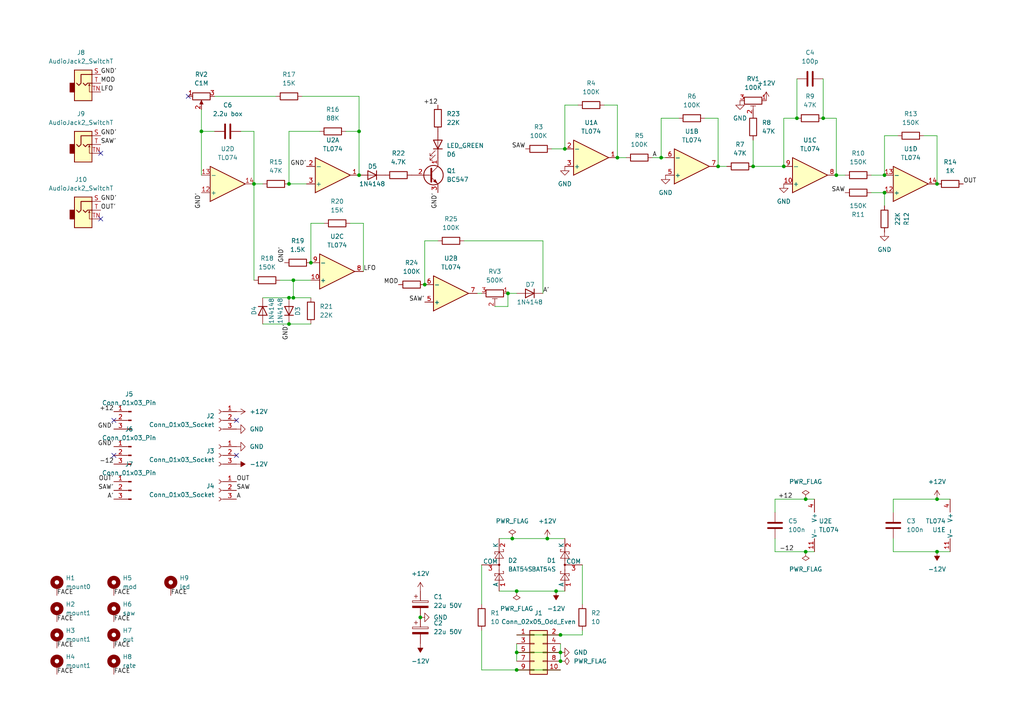
<source format=kicad_sch>
(kicad_sch (version 20230121) (generator eeschema)
  (paper "A4")
  (lib_symbols
    (symbol "Amplifier_Operational:TL074" (pin_names (offset 0.127))
      (property "Reference" "U" (at 0 5.08 0))
      (property "Value" "TL074" (at 0 -5.08 0))
      (symbol "TL074_1_1"
        (polyline (pts (xy -5.08 5.08) (xy 5.08 0) (xy -5.08 -5.08) (xy -5.08 5.08)) (stroke (width 0.254)) (fill (type background)))
        (pin output line (at 7.62 0 180) (length 2.54) (name "~") (number "1"))
        (pin input line (at -7.62 -2.54 0) (length 2.54) (name "-") (number "2"))
        (pin input line (at -7.62 2.54 0) (length 2.54) (name "+") (number "3"))
      )
      (symbol "TL074_2_1"
        (polyline (pts (xy -5.08 5.08) (xy 5.08 0) (xy -5.08 -5.08) (xy -5.08 5.08)) (stroke (width 0.254)) (fill (type background)))
        (pin input line (at -7.62 2.54 0) (length 2.54) (name "+") (number "5"))
        (pin input line (at -7.62 -2.54 0) (length 2.54) (name "-") (number "6"))
        (pin output line (at 7.62 0 180) (length 2.54) (name "~") (number "7"))
      )
      (symbol "TL074_3_1"
        (polyline (pts (xy -5.08 5.08) (xy 5.08 0) (xy -5.08 -5.08) (xy -5.08 5.08)) (stroke (width 0.254)) (fill (type background)))
        (pin input line (at -7.62 2.54 0) (length 2.54) (name "+") (number "10"))
        (pin output line (at 7.62 0 180) (length 2.54) (name "~") (number "8"))
        (pin input line (at -7.62 -2.54 0) (length 2.54) (name "-") (number "9"))
      )
      (symbol "TL074_4_1"
        (polyline (pts (xy -5.08 5.08) (xy 5.08 0) (xy -5.08 -5.08) (xy -5.08 5.08)) (stroke (width 0.254)) (fill (type background)))
        (pin input line (at -7.62 2.54 0) (length 2.54) (name "+") (number "12"))
        (pin input line (at -7.62 -2.54 0) (length 2.54) (name "-") (number "13"))
        (pin output line (at 7.62 0 180) (length 2.54) (name "~") (number "14"))
      )
      (symbol "TL074_5_1"
        (pin power_in line (at -2.54 -7.62 90) (length 3.81) (name "V-") (number "11"))
        (pin power_in line (at -2.54 7.62 270) (length 3.81) (name "V+") (number "4"))
      )
    )
    (symbol "Connector:Conn_01x03_Pin" (pin_names (offset 1.016) hide)
      (property "Reference" "J" (at 0 5.08 0))
      (property "Value" "Conn_01x03_Pin" (at 0 -5.08 0))
      (symbol "Conn_01x03_Pin_1_1"
        (polyline (pts (xy 1.27 -2.54) (xy 0.8636 -2.54)) (stroke (width 0.1524)))
        (polyline (pts (xy 1.27 0) (xy 0.8636 0)) (stroke (width 0.1524)))
        (polyline (pts (xy 1.27 2.54) (xy 0.8636 2.54)) (stroke (width 0.1524)))
        (rectangle (start 0.8636 -2.413) (end 0 -2.667) (stroke (width 0.1524)) (fill (type outline)))
        (rectangle (start 0.8636 0.127) (end 0 -0.127) (stroke (width 0.1524)) (fill (type outline)))
        (rectangle (start 0.8636 2.667) (end 0 2.413) (stroke (width 0.1524)) (fill (type outline)))
        (pin passive line (at 5.08 2.54 180) (length 3.81) (name "Pin_1") (number "1"))
        (pin passive line (at 5.08 0 180) (length 3.81) (name "Pin_2") (number "2"))
        (pin passive line (at 5.08 -2.54 180) (length 3.81) (name "Pin_3") (number "3"))
      )
    )
    (symbol "Connector:Conn_01x03_Socket" (pin_names (offset 1.016) hide)
      (property "Reference" "J" (at 0 5.08 0))
      (property "Value" "Conn_01x03_Socket" (at 0 -5.08 0))
      (symbol "Conn_01x03_Socket_1_1"
        (arc (start 0 -2.032) (mid -0.5058 -2.54) (end 0 -3.048) (stroke (width 0.1524)))
        (polyline (pts (xy -1.27 -2.54) (xy -0.508 -2.54)) (stroke (width 0.1524)))
        (polyline (pts (xy -1.27 0) (xy -0.508 0)) (stroke (width 0.1524)))
        (polyline (pts (xy -1.27 2.54) (xy -0.508 2.54)) (stroke (width 0.1524)))
        (arc (start 0 0.508) (mid -0.5058 0) (end 0 -0.508) (stroke (width 0.1524)))
        (arc (start 0 3.048) (mid -0.5058 2.54) (end 0 2.032) (stroke (width 0.1524)))
        (pin passive line (at -5.08 2.54 0) (length 3.81) (name "Pin_1") (number "1"))
        (pin passive line (at -5.08 0 0) (length 3.81) (name "Pin_2") (number "2"))
        (pin passive line (at -5.08 -2.54 0) (length 3.81) (name "Pin_3") (number "3"))
      )
    )
    (symbol "Device:C" (pin_numbers hide) (pin_names (offset 0.254))
      (property "Reference" "C" (at 0.635 2.54 0))
      (property "Value" "C" (at 0.635 -2.54 0))
      (symbol "C_0_1"
        (polyline (pts (xy -2.032 -0.762) (xy 2.032 -0.762)) (stroke (width 0.508)))
        (polyline (pts (xy -2.032 0.762) (xy 2.032 0.762)) (stroke (width 0.508)))
      )
      (symbol "C_1_1"
        (pin passive line (at 0 3.81 270) (length 2.794) (name "~") (number "1"))
        (pin passive line (at 0 -3.81 90) (length 2.794) (name "~") (number "2"))
      )
    )
    (symbol "Device:C_Polarized" (pin_numbers hide) (pin_names (offset 0.254))
      (property "Reference" "C" (at 0.635 2.54 0))
      (property "Value" "C_Polarized" (at 0.635 -2.54 0))
      (symbol "C_Polarized_0_1"
        (rectangle (start -2.286 0.508) (end 2.286 1.016))
        (polyline (pts (xy -1.778 2.286) (xy -0.762 2.286)))
        (polyline (pts (xy -1.27 2.794) (xy -1.27 1.778)))
        (rectangle (start 2.286 -0.508) (end -2.286 -1.016) (fill (type outline)))
      )
      (symbol "C_Polarized_1_1"
        (pin passive line (at 0 3.81 270) (length 2.794) (name "~") (number "1"))
        (pin passive line (at 0 -3.81 90) (length 2.794) (name "~") (number "2"))
      )
    )
    (symbol "Device:D" (pin_numbers hide) (pin_names (offset 1.016) hide)
      (property "Reference" "D" (at 0 2.54 0))
      (property "Value" "D" (at 0 -2.54 0))
      (symbol "D_0_1"
        (polyline (pts (xy -1.27 1.27) (xy -1.27 -1.27)) (stroke (width 0.254)))
        (polyline (pts (xy 1.27 0) (xy -1.27 0)))
        (polyline (pts (xy 1.27 1.27) (xy 1.27 -1.27) (xy -1.27 0) (xy 1.27 1.27)) (stroke (width 0.254)))
      )
      (symbol "D_1_1"
        (pin passive line (at -3.81 0 0) (length 2.54) (name "K") (number "1"))
        (pin passive line (at 3.81 0 180) (length 2.54) (name "A") (number "2"))
      )
    )
    (symbol "Device:LED" (pin_numbers hide) (pin_names (offset 1.016) hide)
      (property "Reference" "D" (at 0 2.54 0))
      (property "Value" "LED" (at 0 -2.54 0))
      (symbol "LED_0_1"
        (polyline (pts (xy -1.27 -1.27) (xy -1.27 1.27)) (stroke (width 0.254)))
        (polyline (pts (xy -1.27 0) (xy 1.27 0)))
        (polyline (pts (xy 1.27 -1.27) (xy 1.27 1.27) (xy -1.27 0) (xy 1.27 -1.27)) (stroke (width 0.254)))
        (polyline (pts (xy -3.048 -0.762) (xy -4.572 -2.286) (xy -3.81 -2.286) (xy -4.572 -2.286) (xy -4.572 -1.524)))
        (polyline (pts (xy -1.778 -0.762) (xy -3.302 -2.286) (xy -2.54 -2.286) (xy -3.302 -2.286) (xy -3.302 -1.524)))
      )
      (symbol "LED_1_1"
        (pin passive line (at -3.81 0 0) (length 2.54) (name "K") (number "1"))
        (pin passive line (at 3.81 0 180) (length 2.54) (name "A") (number "2"))
      )
    )
    (symbol "Device:R" (pin_numbers hide) (pin_names (offset 0))
      (property "Reference" "R" (at 2.032 0 90))
      (property "Value" "R" (at 0 0 90))
      (symbol "R_0_1"
        (rectangle (start -1.016 -2.54) (end 1.016 2.54) (stroke (width 0.254)))
      )
      (symbol "R_1_1"
        (pin passive line (at 0 3.81 270) (length 1.27) (name "~") (number "1"))
        (pin passive line (at 0 -3.81 90) (length 1.27) (name "~") (number "2"))
      )
    )
    (symbol "Device:R_Potentiometer" (pin_names (offset 1.016) hide)
      (property "Reference" "RV" (at -4.445 0 90))
      (property "Value" "R_Potentiometer" (at -2.54 0 90))
      (symbol "R_Potentiometer_0_1"
        (polyline (pts (xy 2.54 0) (xy 1.524 0)))
        (polyline (pts (xy 1.143 0) (xy 2.286 0.508) (xy 2.286 -0.508) (xy 1.143 0)) (fill (type outline)))
        (rectangle (start 1.016 2.54) (end -1.016 -2.54) (stroke (width 0.254)))
      )
      (symbol "R_Potentiometer_1_1"
        (pin passive line (at 0 3.81 270) (length 1.27) (name "1") (number "1"))
        (pin passive line (at 3.81 0 180) (length 1.27) (name "2") (number "2"))
        (pin passive line (at 0 -3.81 90) (length 1.27) (name "3") (number "3"))
      )
    )
    (symbol "Device:R_Potentiometer_Trim" (pin_names (offset 1.016) hide)
      (property "Reference" "RV" (at -4.445 0 90))
      (property "Value" "R_Potentiometer_Trim" (at -2.54 0 90))
      (symbol "R_Potentiometer_Trim_0_1"
        (polyline (pts (xy 1.524 0.762) (xy 1.524 -0.762)))
        (polyline (pts (xy 2.54 0) (xy 1.524 0)))
        (rectangle (start 1.016 2.54) (end -1.016 -2.54) (stroke (width 0.254)))
      )
      (symbol "R_Potentiometer_Trim_1_1"
        (pin passive line (at 0 3.81 270) (length 1.27) (name "1") (number "1"))
        (pin passive line (at 3.81 0 180) (length 1.27) (name "2") (number "2"))
        (pin passive line (at 0 -3.81 90) (length 1.27) (name "3") (number "3"))
      )
    )
    (symbol "Eurorack:AudioJack2_SwitchT"
      (property "Reference" "J" (at 0 8.89 0))
      (property "Value" "AudioJack2_SwitchT" (at 0 6.35 0))
      (symbol "AudioJack2_SwitchT_0_1"
        (rectangle (start -2.54 0) (end -3.81 -2.54) (stroke (width 0.254)) (fill (type outline)))
        (rectangle (start -2.54 3.81) (end 2.54 -5.08) (stroke (width 0.254)) (fill (type background)))
        (polyline (pts (xy 1.778 -0.254) (xy 2.032 -0.762)))
        (polyline (pts (xy 0 0) (xy 0.635 -0.635) (xy 1.27 0) (xy 2.54 0)) (stroke (width 0.254)))
        (polyline (pts (xy 2.54 -2.54) (xy 1.778 -2.54) (xy 1.778 -0.254) (xy 1.524 -0.762)))
        (polyline (pts (xy 2.54 2.54) (xy -0.635 2.54) (xy -0.635 0) (xy -1.27 -0.635) (xy -1.905 0)) (stroke (width 0.254)))
      )
      (symbol "AudioJack2_SwitchT_1_1"
        (pin passive line (at 5.08 2.54 180) (length 2.54) (name "~") (number "S"))
        (pin passive line (at 5.08 0 180) (length 2.54) (name "~") (number "T"))
        (pin passive line (at 5.08 -2.54 180) (length 2.54) (name "~") (number "TN"))
      )
    )
    (symbol "Eurorack:BAT54S" (pin_names (offset 0))
      (property "Reference" "D" (at 2.54 -5.08 0))
      (property "Value" "BAT54S" (at -6.35 3.175 0))
      (symbol "BAT54S_0_1"
        (polyline (pts (xy -3.81 0) (xy -1.27 0)))
        (polyline (pts (xy -3.175 -1.27) (xy -3.175 -1.016)))
        (polyline (pts (xy -2.54 -1.27) (xy -3.175 -1.27)))
        (polyline (pts (xy -2.54 -1.27) (xy -2.54 1.27)))
        (polyline (pts (xy -2.54 1.27) (xy -1.905 1.27)))
        (polyline (pts (xy -1.905 0) (xy 1.905 0)))
        (polyline (pts (xy -1.905 1.27) (xy -1.905 1.016)))
        (polyline (pts (xy 1.27 0) (xy 3.81 0)))
        (polyline (pts (xy 3.175 -1.27) (xy 3.175 -1.016)))
        (polyline (pts (xy 3.81 -1.27) (xy 3.175 -1.27)))
        (polyline (pts (xy 3.81 -1.27) (xy 3.81 1.27)))
        (polyline (pts (xy 3.81 1.27) (xy 4.445 1.27)))
        (polyline (pts (xy 4.445 1.27) (xy 4.445 1.016)))
        (polyline (pts (xy -4.445 1.27) (xy -4.445 -1.27) (xy -2.54 0) (xy -4.445 1.27)))
        (polyline (pts (xy 1.905 1.27) (xy 1.905 -1.27) (xy 3.81 0) (xy 1.905 1.27)))
        (circle (center 0 0) (radius 0.254) (fill (type outline)))
      )
      (symbol "BAT54S_1_1"
        (pin passive line (at -7.62 0 0) (length 3.81) (name "A") (number "1"))
        (pin passive line (at 7.62 0 180) (length 3.81) (name "K") (number "2"))
        (pin passive line (at 0 -5.08 90) (length 5.08) (name "COM") (number "3"))
      )
    )
    (symbol "Eurorack:BC547" (pin_names (offset 0) hide)
      (property "Reference" "Q" (at 5.08 1.905 0))
      (property "Value" "BC547" (at 5.08 0 0))
      (symbol "BC547_0_1"
        (polyline (pts (xy 0 0) (xy 0.635 0)))
        (polyline (pts (xy 0.635 0.635) (xy 2.54 2.54)))
        (polyline (pts (xy 0.635 -0.635) (xy 2.54 -2.54) (xy 2.54 -2.54)))
        (polyline (pts (xy 0.635 1.905) (xy 0.635 -1.905) (xy 0.635 -1.905)) (stroke (width 0.508)))
        (polyline (pts (xy 1.27 -1.778) (xy 1.778 -1.27) (xy 2.286 -2.286) (xy 1.27 -1.778) (xy 1.27 -1.778)) (fill (type outline)))
        (circle (center 1.27 0) (radius 2.8194) (stroke (width 0.254)))
      )
      (symbol "BC547_1_1"
        (pin passive line (at 2.54 5.08 270) (length 2.54) (name "C") (number "1"))
        (pin input line (at -5.08 0 0) (length 5.08) (name "B") (number "2"))
        (pin passive line (at 2.54 -5.08 90) (length 2.54) (name "E") (number "3"))
      )
    )
    (symbol "Eurorack:Conn_02x05_Odd_Even" (pin_names (offset 1.016) hide)
      (property "Reference" "J" (at 1.27 7.62 0))
      (property "Value" "Conn_02x05_Odd_Even" (at 1.27 -7.62 0))
      (symbol "Conn_02x05_Odd_Even_1_1"
        (rectangle (start -1.27 -4.953) (end 0 -5.207) (stroke (width 0.1524)))
        (rectangle (start -1.27 -2.413) (end 0 -2.667) (stroke (width 0.1524)))
        (rectangle (start -1.27 0.127) (end 0 -0.127) (stroke (width 0.1524)))
        (rectangle (start -1.27 2.667) (end 0 2.413) (stroke (width 0.1524)))
        (rectangle (start -1.27 5.207) (end 0 4.953) (stroke (width 0.1524)))
        (rectangle (start -1.27 6.35) (end 3.81 -6.35) (stroke (width 0.254)) (fill (type background)))
        (rectangle (start 3.81 -4.953) (end 2.54 -5.207) (stroke (width 0.1524)))
        (rectangle (start 3.81 -2.413) (end 2.54 -2.667) (stroke (width 0.1524)))
        (rectangle (start 3.81 0.127) (end 2.54 -0.127) (stroke (width 0.1524)))
        (rectangle (start 3.81 2.667) (end 2.54 2.413) (stroke (width 0.1524)))
        (rectangle (start 3.81 5.207) (end 2.54 4.953) (stroke (width 0.1524)))
        (pin passive line (at -5.08 5.08 0) (length 3.81) (name "Pin_1") (number "1"))
        (pin passive line (at 7.62 -5.08 180) (length 3.81) (name "Pin_10") (number "10"))
        (pin passive line (at 7.62 5.08 180) (length 3.81) (name "Pin_2") (number "2"))
        (pin passive line (at -5.08 2.54 0) (length 3.81) (name "Pin_3") (number "3"))
        (pin passive line (at 7.62 2.54 180) (length 3.81) (name "Pin_4") (number "4"))
        (pin passive line (at -5.08 0 0) (length 3.81) (name "Pin_5") (number "5"))
        (pin passive line (at 7.62 0 180) (length 3.81) (name "Pin_6") (number "6"))
        (pin passive line (at -5.08 -2.54 0) (length 3.81) (name "Pin_7") (number "7"))
        (pin passive line (at 7.62 -2.54 180) (length 3.81) (name "Pin_8") (number "8"))
        (pin passive line (at -5.08 -5.08 0) (length 3.81) (name "Pin_9") (number "9"))
      )
    )
    (symbol "Eurorack:MountingHole_Pad_Output" (pin_numbers hide) (pin_names (offset 1.016) hide) (in_bom no)
      (property "Reference" "H" (at 0 6.35 0))
      (property "Value" "MountingHole_Pad_Output" (at 0 4.445 0))
      (symbol "MountingHole_Pad_Output_0_1"
        (circle (center 0 1.27) (radius 1.27) (stroke (width 1.27)))
      )
      (symbol "MountingHole_Pad_Output_1_1"
        (pin output line (at 0 -2.54 90) (length 2.54) (name "1") (number "1"))
      )
    )
    (symbol "Mechanical:MountingHole_Pad" (pin_numbers hide) (pin_names (offset 1.016) hide)
      (property "Reference" "H" (at 0 6.35 0))
      (property "Value" "MountingHole_Pad" (at 0 4.445 0))
      (symbol "MountingHole_Pad_0_1"
        (circle (center 0 1.27) (radius 1.27) (stroke (width 1.27)))
      )
      (symbol "MountingHole_Pad_1_1"
        (pin input line (at 0 -2.54 90) (length 2.54) (name "1") (number "1"))
      )
    )
    (symbol "power:+12V" (power) (pin_names (offset 0))
      (property "Value" "+12V" (at 0 3.556 0))
      (symbol "+12V_0_1"
        (polyline (pts (xy -0.762 1.27) (xy 0 2.54)))
        (polyline (pts (xy 0 0) (xy 0 2.54)))
        (polyline (pts (xy 0 2.54) (xy 0.762 1.27)))
      )
      (symbol "+12V_1_1"
        (pin power_in line (at 0 0 90) (length 0) hide (name "+12V") (number "1"))
      )
    )
    (symbol "power:-12V" (power) (pin_names (offset 0))
      (property "Value" "-12V" (at 0 3.81 0))
      (symbol "-12V_0_0"
        (pin power_in line (at 0 0 90) (length 0) hide (name "-12V") (number "1"))
      )
      (symbol "-12V_0_1"
        (polyline (pts (xy 0 0) (xy 0 1.27) (xy 0.762 1.27) (xy 0 2.54) (xy -0.762 1.27) (xy 0 1.27)) (fill (type outline)))
      )
    )
    (symbol "power:GND" (power) (pin_names (offset 0))
      (property "Value" "GND" (at 0 -3.81 0))
      (symbol "GND_0_1"
        (polyline (pts (xy 0 0) (xy 0 -1.27) (xy 1.27 -1.27) (xy 0 -2.54) (xy -1.27 -1.27) (xy 0 -1.27)))
      )
      (symbol "GND_1_1"
        (pin power_in line (at 0 0 270) (length 0) hide (name "GND") (number "1"))
      )
    )
    (symbol "power:PWR_FLAG" (power) (pin_numbers hide) (pin_names (offset 0) hide)
      (property "Value" "PWR_FLAG" (at 0 3.81 0))
      (symbol "PWR_FLAG_0_0"
        (pin power_out line (at 0 0 90) (length 0) (name "pwr") (number "1"))
      )
      (symbol "PWR_FLAG_0_1"
        (polyline (pts (xy 0 0) (xy 0 1.27) (xy -1.016 1.905) (xy 0 2.54) (xy 1.016 1.905) (xy 0 1.27)))
      )
    )
  )
  (junction (at 149.86 171.45))
  (junction (at 163.83 43.18))
  (junction (at 256.54 50.8))
  (junction (at 238.76 34.29))
  (junction (at 218.44 48.26))
  (junction (at 242.57 50.8))
  (junction (at 83.82 86.36))
  (junction (at 58.42 38.1))
  (junction (at 256.54 55.88))
  (junction (at 149.86 194.31))
  (junction (at 148.59 156.21))
  (junction (at 104.14 38.1))
  (junction (at 271.78 144.78))
  (junction (at 208.28 48.26))
  (junction (at 233.68 144.78))
  (junction (at 83.82 53.34))
  (junction (at 83.82 93.98))
  (junction (at 104.14 50.8))
  (junction (at 162.56 191.77))
  (junction (at 231.14 34.29))
  (junction (at 149.86 189.23))
  (junction (at 85.09 86.36))
  (junction (at 161.29 171.45))
  (junction (at 121.92 179.07))
  (junction (at 147.32 85.09))
  (junction (at 271.78 160.02))
  (junction (at 227.33 48.26))
  (junction (at 73.66 53.34))
  (junction (at 158.75 156.21))
  (junction (at 191.77 45.72))
  (junction (at 179.07 45.72))
  (junction (at 85.09 81.28))
  (junction (at 162.56 184.15))
  (junction (at 123.19 82.55))
  (junction (at 90.17 76.2))
  (junction (at 162.56 189.23))
  (junction (at 271.78 53.34))
  (junction (at 233.68 160.02))
  (no_connect (at 33.02 132.08))
  (no_connect (at 68.58 132.08))
  (no_connect (at 54.61 27.94))
  (no_connect (at 68.58 121.92))
  (no_connect (at 33.02 121.92))
  (no_connect (at 29.21 63.5))
  (no_connect (at 29.21 44.45))
  (wire (pts (xy 238.76 34.29) (xy 242.57 34.29)))
  (wire (pts (xy 104.14 27.94) (xy 104.14 38.1)))
  (wire (pts (xy 147.32 85.09) (xy 149.86 85.09)))
  (wire (pts (xy 163.83 30.48) (xy 163.83 43.18)))
  (wire (pts (xy 204.47 34.29) (xy 208.28 34.29)))
  (wire (pts (xy 147.32 88.9) (xy 147.32 85.09)))
  (wire (pts (xy 144.78 156.21) (xy 148.59 156.21)))
  (wire (pts (xy 167.64 30.48) (xy 163.83 30.48)))
  (wire (pts (xy 271.78 39.37) (xy 271.78 53.34)))
  (wire (pts (xy 191.77 34.29) (xy 191.77 45.72)))
  (wire (pts (xy 175.26 30.48) (xy 179.07 30.48)))
  (wire (pts (xy 189.23 45.72) (xy 191.77 45.72)))
  (wire (pts (xy 58.42 38.1) (xy 62.23 38.1)))
  (wire (pts (xy 148.59 156.21) (xy 158.75 156.21)))
  (wire (pts (xy 100.33 38.1) (xy 104.14 38.1)))
  (wire (pts (xy 168.91 184.15) (xy 168.91 182.88)))
  (wire (pts (xy 69.85 38.1) (xy 73.66 38.1)))
  (wire (pts (xy 149.86 189.23) (xy 162.56 189.23)))
  (wire (pts (xy 218.44 40.64) (xy 218.44 48.26)))
  (wire (pts (xy 83.82 38.1) (xy 92.71 38.1)))
  (wire (pts (xy 259.08 160.02) (xy 259.08 156.21)))
  (wire (pts (xy 275.59 144.78) (xy 271.78 144.78)))
  (wire (pts (xy 144.78 171.45) (xy 149.86 171.45)))
  (wire (pts (xy 208.28 48.26) (xy 210.82 48.26)))
  (wire (pts (xy 218.44 48.26) (xy 227.33 48.26)))
  (wire (pts (xy 149.86 186.69) (xy 149.86 189.23)))
  (wire (pts (xy 127 69.85) (xy 123.19 69.85)))
  (wire (pts (xy 196.85 34.29) (xy 191.77 34.29)))
  (wire (pts (xy 83.82 53.34) (xy 88.9 53.34)))
  (wire (pts (xy 73.66 53.34) (xy 73.66 81.28)))
  (wire (pts (xy 143.51 88.9) (xy 147.32 88.9)))
  (wire (pts (xy 227.33 34.29) (xy 227.33 48.26)))
  (wire (pts (xy 101.6 64.77) (xy 105.41 64.77)))
  (wire (pts (xy 271.78 160.02) (xy 259.08 160.02)))
  (wire (pts (xy 87.63 27.94) (xy 104.14 27.94)))
  (wire (pts (xy 236.22 144.78) (xy 233.68 144.78)))
  (wire (pts (xy 231.14 34.29) (xy 227.33 34.29)))
  (wire (pts (xy 73.66 53.34) (xy 76.2 53.34)))
  (wire (pts (xy 252.73 50.8) (xy 256.54 50.8)))
  (wire (pts (xy 138.43 85.09) (xy 139.7 85.09)))
  (wire (pts (xy 73.66 38.1) (xy 73.66 53.34)))
  (wire (pts (xy 85.09 86.36) (xy 90.17 86.36)))
  (wire (pts (xy 275.59 160.02) (xy 271.78 160.02)))
  (wire (pts (xy 267.97 39.37) (xy 271.78 39.37)))
  (wire (pts (xy 90.17 64.77) (xy 90.17 76.2)))
  (wire (pts (xy 81.28 81.28) (xy 85.09 81.28)))
  (wire (pts (xy 233.68 144.78) (xy 224.79 144.78)))
  (wire (pts (xy 271.78 144.78) (xy 259.08 144.78)))
  (wire (pts (xy 104.14 38.1) (xy 104.14 50.8)))
  (wire (pts (xy 58.42 38.1) (xy 58.42 50.8)))
  (wire (pts (xy 123.19 69.85) (xy 123.19 82.55)))
  (wire (pts (xy 162.56 189.23) (xy 162.56 191.77)))
  (wire (pts (xy 224.79 144.78) (xy 224.79 148.59)))
  (wire (pts (xy 76.2 93.98) (xy 83.82 93.98)))
  (wire (pts (xy 149.86 184.15) (xy 162.56 184.15)))
  (wire (pts (xy 233.68 160.02) (xy 224.79 160.02)))
  (wire (pts (xy 242.57 34.29) (xy 242.57 50.8)))
  (wire (pts (xy 149.86 171.45) (xy 161.29 171.45)))
  (wire (pts (xy 242.57 50.8) (xy 245.11 50.8)))
  (wire (pts (xy 134.62 69.85) (xy 157.48 69.85)))
  (wire (pts (xy 76.2 86.36) (xy 83.82 86.36)))
  (wire (pts (xy 162.56 186.69) (xy 162.56 189.23)))
  (wire (pts (xy 161.29 171.45) (xy 163.83 171.45)))
  (wire (pts (xy 260.35 39.37) (xy 256.54 39.37)))
  (wire (pts (xy 83.82 93.98) (xy 90.17 93.98)))
  (wire (pts (xy 231.14 22.86) (xy 231.14 34.29)))
  (wire (pts (xy 105.41 64.77) (xy 105.41 78.74)))
  (wire (pts (xy 58.42 31.75) (xy 58.42 38.1)))
  (wire (pts (xy 191.77 45.72) (xy 193.04 45.72)))
  (wire (pts (xy 238.76 22.86) (xy 238.76 34.29)))
  (wire (pts (xy 139.7 194.31) (xy 139.7 182.88)))
  (wire (pts (xy 160.02 43.18) (xy 163.83 43.18)))
  (wire (pts (xy 179.07 45.72) (xy 181.61 45.72)))
  (wire (pts (xy 93.98 64.77) (xy 90.17 64.77)))
  (wire (pts (xy 162.56 184.15) (xy 168.91 184.15)))
  (wire (pts (xy 157.48 69.85) (xy 157.48 85.09)))
  (wire (pts (xy 149.86 194.31) (xy 139.7 194.31)))
  (wire (pts (xy 139.7 163.83) (xy 139.7 175.26)))
  (wire (pts (xy 208.28 34.29) (xy 208.28 48.26)))
  (wire (pts (xy 85.09 81.28) (xy 85.09 86.36)))
  (wire (pts (xy 236.22 160.02) (xy 233.68 160.02)))
  (wire (pts (xy 179.07 30.48) (xy 179.07 45.72)))
  (wire (pts (xy 85.09 81.28) (xy 90.17 81.28)))
  (wire (pts (xy 256.54 39.37) (xy 256.54 50.8)))
  (wire (pts (xy 162.56 194.31) (xy 149.86 194.31)))
  (wire (pts (xy 224.79 160.02) (xy 224.79 156.21)))
  (wire (pts (xy 62.23 27.94) (xy 80.01 27.94)))
  (wire (pts (xy 259.08 144.78) (xy 259.08 148.59)))
  (wire (pts (xy 149.86 189.23) (xy 149.86 191.77)))
  (wire (pts (xy 168.91 163.83) (xy 168.91 175.26)))
  (wire (pts (xy 158.75 156.21) (xy 163.83 156.21)))
  (wire (pts (xy 83.82 38.1) (xy 83.82 53.34)))
  (wire (pts (xy 256.54 55.88) (xy 256.54 59.69)))
  (wire (pts (xy 83.82 86.36) (xy 85.09 86.36)))
  (wire (pts (xy 252.73 55.88) (xy 256.54 55.88)))
  (label "-12" (at 226.06 160.02 0))
  (label "OUT'" (at 33.02 139.7 180))
  (label "FACE" (at 49.53 172.72 0))
  (label "GND'" (at 33.02 129.54 180))
  (label "LFO" (at 105.41 78.74 0))
  (label "FACE" (at 16.51 195.58 0))
  (label "FACE" (at 33.02 195.58 0))
  (label "FACE" (at 33.02 180.34 0))
  (label "SAW'" (at 33.02 142.24 180))
  (label "GND'" (at 82.55 76.2 90))
  (label "FACE" (at 33.02 187.96 0))
  (label "-12" (at 33.02 134.62 180))
  (label "A'" (at 33.02 144.78 180))
  (label "GND'" (at 33.02 124.46 180))
  (label "GND'" (at 127 55.88 270))
  (label "OUT'" (at 29.21 60.96 0))
  (label "SAW" (at 68.58 142.24 0))
  (label "GND'" (at 29.21 58.42 0))
  (label "+12" (at 229.87 144.78 180))
  (label "GND'" (at 58.42 55.88 270))
  (label "+12" (at 33.02 119.38 180))
  (label "FACE" (at 16.51 172.72 0))
  (label "SAW" (at 152.4 43.18 180))
  (label "FACE" (at 16.51 187.96 0))
  (label "MOD" (at 29.21 24.13 0))
  (label "SAW'" (at 29.21 41.91 0))
  (label "OUT" (at 279.4 53.34 0))
  (label "FACE" (at 33.02 172.72 0))
  (label "SAW" (at 245.11 55.88 180))
  (label "A'" (at 157.48 85.09 0))
  (label "OUT" (at 68.58 139.7 0))
  (label "GND'" (at 88.9 48.26 180))
  (label "LFO" (at 29.21 26.67 0))
  (label "MOD" (at 115.57 82.55 180))
  (label "GND'" (at 29.21 39.37 0))
  (label "SAW'" (at 123.19 87.63 180))
  (label "A" (at 68.58 144.78 0))
  (label "GND'" (at 83.82 93.98 270))
  (label "+12" (at 127 30.48 180))
  (label "A" (at 189.23 45.72 0))
  (label "FACE" (at 16.51 180.34 0))
  (label "GND'" (at 29.21 21.59 0))
  (symbol (lib_id "power:-12V") (at 161.29 171.45 180) (unit 1)
    (property "Reference" "#PWR05" (effects hide))
    (property "Value" "-12V" (at 161.29 176.53 0))
  )
  (symbol (lib_id "power:-12V") (at 271.78 160.02 180) (unit 1)
    (property "Reference" "#PWR012" (effects hide))
    (property "Value" "-12V" (at 271.78 165.1 0))
  )
  (symbol (lib_id "Device:R") (at 77.47 81.28 90) (unit 1)
    (property "Reference" "R18" (at 77.47 74.93 90))
    (property "Value" "150K" (at 77.47 77.47 90))
    (property "Footprint" "Resistor_SMD:R_0805_2012Metric" (effects hide))
  )
  (symbol (lib_id "Connector:Conn_01x03_Socket") (at 63.5 121.92 0) (mirror y) (unit 1)
    (property "Reference" "J2" (at 62.23 120.65 0) (effects (justify left)))
    (property "Value" "Conn_01x03_Socket" (at 62.23 123.19 0) (effects (justify left)))
    (property "Footprint" "Connector_PinSocket_2.54mm:PinSocket_1x03_P2.54mm_Vertical" (effects hide))
  )
  (symbol (lib_id "Device:R_Potentiometer_Trim") (at 218.44 29.21 270) (unit 1)
    (property "Reference" "RV1" (at 218.44 22.86 90))
    (property "Value" "100K" (at 218.44 25.4 90))
    (property "Footprint" "Potentiometer_THT:Potentiometer_Bourns_3296W_Vertical" (effects hide))
  )
  (symbol (lib_id "Device:R") (at 115.57 50.8 90) (unit 1)
    (property "Reference" "R22" (at 115.57 44.45 90))
    (property "Value" "4.7K" (at 115.57 46.99 90))
    (property "Footprint" "Resistor_SMD:R_0805_2012Metric" (effects hide))
  )
  (symbol (lib_id "Device:R") (at 214.63 48.26 90) (unit 1)
    (property "Reference" "R7" (at 214.63 41.91 90))
    (property "Value" "47K" (at 214.63 44.45 90))
    (property "Footprint" "Resistor_SMD:R_0805_2012Metric" (effects hide))
  )
  (symbol (lib_id "Device:D") (at 107.95 50.8 180) (unit 1)
    (property "Reference" "D5" (at 106.68 48.26 0) (effects (justify right)))
    (property "Value" "1N4148" (at 104.14 53.34 0) (effects (justify right)))
    (property "Footprint" "Diode_SMD:D_SOD-323_HandSoldering" (effects hide))
    (property "Sim.Device" "D" (effects hide))
    (property "Sim.Pins" "1=K 2=A" (effects hide))
  )
  (symbol (lib_id "power:PWR_FLAG") (at 233.68 160.02 180) (unit 1)
    (property "Reference" "#FLG04" (effects hide))
    (property "Value" "PWR_FLAG" (at 233.68 165.1 0))
  )
  (symbol (lib_id "Device:R") (at 130.81 69.85 90) (unit 1)
    (property "Reference" "R25" (at 130.81 63.5 90))
    (property "Value" "100K" (at 130.81 66.04 90))
    (property "Footprint" "Resistor_SMD:R_0805_2012Metric" (effects hide))
  )
  (symbol (lib_id "Amplifier_Operational:TL074") (at 200.66 48.26 0) (mirror x) (unit 2)
    (property "Reference" "U1" (at 200.66 38.1 0))
    (property "Value" "TL074" (at 200.66 40.64 0))
    (property "Footprint" "Package_SO:SOIC-14_3.9x8.7mm_P1.27mm" (effects hide))
    (property "Datasheet" "http://www.ti.com/lit/ds/symlink/tl071.pdf" (effects hide))
    (property "Vendor" "Mouser" (effects hide))
    (property "PartNum" "595-TL074CDR" (effects hide))
  )
  (symbol (lib_id "power:GND") (at 214.63 29.21 0) (unit 1)
    (property "Reference" "#PWR017" (effects hide))
    (property "Value" "GND" (at 214.63 34.29 0))
  )
  (symbol (lib_id "Device:D") (at 83.82 90.17 90) (unit 1)
    (property "Reference" "D3" (at 86.36 88.9 0) (effects (justify right)))
    (property "Value" "1N4148" (at 81.28 86.36 0) (effects (justify right)))
    (property "Footprint" "Diode_SMD:D_SOD-323_HandSoldering" (effects hide))
    (property "Sim.Device" "D" (effects hide))
    (property "Sim.Pins" "1=K 2=A" (effects hide))
  )
  (symbol (lib_id "Device:R") (at 90.17 90.17 180) (unit 1)
    (property "Reference" "R21" (at 92.71 88.9 0) (effects (justify right)))
    (property "Value" "22K" (at 92.71 91.44 0) (effects (justify right)))
    (property "Footprint" "Resistor_SMD:R_0805_2012Metric" (effects hide))
  )
  (symbol (lib_id "Device:C") (at 224.79 152.4 0) (unit 1)
    (property "Reference" "C5" (at 228.6 151.13 0) (effects (justify left)))
    (property "Value" "100n" (at 228.6 153.67 0) (effects (justify left)))
    (property "Footprint" "Capacitor_SMD:C_0805_2012Metric" (effects hide))
  )
  (symbol (lib_id "Amplifier_Operational:TL074") (at 96.52 50.8 0) (mirror x) (unit 1)
    (property "Reference" "U2" (at 96.52 40.64 0))
    (property "Value" "TL074" (at 96.52 43.18 0))
    (property "Footprint" "Package_SO:SOIC-14_3.9x8.7mm_P1.27mm" (effects hide))
    (property "Datasheet" "http://www.ti.com/lit/ds/symlink/tl071.pdf" (effects hide))
    (property "Vendor" "Mouser" (effects hide))
    (property "PartNum" "595-TL074CDR" (effects hide))
  )
  (symbol (lib_id "Mechanical:MountingHole_Pad") (at 33.02 177.8 0) (unit 1) (in_bom no)
    (property "Reference" "H6" (at 35.56 175.26 0) (effects (justify left)))
    (property "Value" "saw" (at 35.56 177.8 0) (effects (justify left)))
    (property "Footprint" "Eurorack:Mech-AudioJack-Hole-Input" (effects hide))
  )
  (symbol (lib_id "Connector:Conn_01x03_Pin") (at 38.1 121.92 0) (mirror y) (unit 1)
    (property "Reference" "J5" (at 37.465 114.3 0))
    (property "Value" "Conn_01x03_Pin" (at 37.465 116.84 0))
    (property "Footprint" "Connector_PinHeader_2.54mm:PinHeader_1x03_P2.54mm_Vertical" (effects hide))
  )
  (symbol (lib_id "power:GND") (at 68.58 129.54 90) (unit 1)
    (property "Reference" "#PWR09" (effects hide))
    (property "Value" "GND" (at 72.39 129.54 90) (effects (justify right)))
  )
  (symbol (lib_id "Device:R") (at 171.45 30.48 90) (unit 1)
    (property "Reference" "R4" (at 171.45 24.13 90))
    (property "Value" "100K" (at 171.45 26.67 90))
    (property "Footprint" "Resistor_SMD:R_0805_2012Metric" (effects hide))
  )
  (symbol (lib_id "Device:R") (at 156.21 43.18 90) (unit 1)
    (property "Reference" "R3" (at 156.21 36.83 90))
    (property "Value" "100K" (at 156.21 39.37 90))
    (property "Footprint" "Resistor_SMD:R_0805_2012Metric" (effects hide))
  )
  (symbol (lib_id "Eurorack:AudioJack2_SwitchT") (at 24.13 41.91 0) (unit 1)
    (property "Reference" "J9" (at 23.495 33.02 0))
    (property "Value" "AudioJack2_SwitchT" (at 23.495 35.56 0))
    (property "Footprint" "Eurorack:AudioJack2_Tayda_A-2566" (effects hide))
    (property "Vendor" "Tayda" (effects hide))
    (property "PartNum" "A-2566" (effects hide))
  )
  (symbol (lib_id "Device:R") (at 218.44 36.83 180) (unit 1)
    (property "Reference" "R8" (at 220.98 35.56 0) (effects (justify right)))
    (property "Value" "47K" (at 220.98 38.1 0) (effects (justify right)))
    (property "Footprint" "Resistor_SMD:R_0805_2012Metric" (effects hide))
  )
  (symbol (lib_id "power:GND") (at 163.83 48.26 0) (unit 1)
    (property "Reference" "#PWR013" (effects hide))
    (property "Value" "GND" (at 163.83 53.34 0))
  )
  (symbol (lib_id "Connector:Conn_01x03_Pin") (at 38.1 142.24 0) (mirror y) (unit 1)
    (property "Reference" "J7" (at 37.465 134.62 0))
    (property "Value" "Conn_01x03_Pin" (at 37.465 137.16 0))
    (property "Footprint" "Connector_PinHeader_2.54mm:PinHeader_1x03_P2.54mm_Vertical" (effects hide))
  )
  (symbol (lib_id "Device:D") (at 76.2 90.17 270) (unit 1)
    (property "Reference" "D4" (at 73.66 91.44 0) (effects (justify right)))
    (property "Value" "1N4148" (at 78.74 93.98 0) (effects (justify right)))
    (property "Footprint" "Diode_SMD:D_SOD-323_HandSoldering" (effects hide))
    (property "Sim.Device" "D" (effects hide))
    (property "Sim.Pins" "1=K 2=A" (effects hide))
  )
  (symbol (lib_id "Amplifier_Operational:TL074") (at 238.76 152.4 0) (unit 5)
    (property "Reference" "U2" (at 237.49 151.13 0) (effects (justify left)))
    (property "Value" "TL074" (at 237.49 153.67 0) (effects (justify left)))
    (property "Footprint" "Package_SO:SOIC-14_3.9x8.7mm_P1.27mm" (effects hide))
    (property "Datasheet" "http://www.ti.com/lit/ds/symlink/tl071.pdf" (effects hide))
    (property "Vendor" "Mouser" (effects hide))
    (property "PartNum" "595-TL074CDR" (effects hide))
  )
  (symbol (lib_id "Device:R") (at 200.66 34.29 90) (unit 1)
    (property "Reference" "R6" (at 200.66 27.94 90))
    (property "Value" "100K" (at 200.66 30.48 90))
    (property "Footprint" "Resistor_SMD:R_0805_2012Metric" (effects hide))
  )
  (symbol (lib_id "Device:R") (at 264.16 39.37 90) (mirror x) (unit 1)
    (property "Reference" "R13" (at 264.16 33.02 90))
    (property "Value" "150K" (at 264.16 35.56 90))
    (property "Footprint" "Resistor_SMD:R_0805_2012Metric" (effects hide))
  )
  (symbol (lib_id "power:GND") (at 256.54 67.31 0) (unit 1)
    (property "Reference" "#PWR016" (effects hide))
    (property "Value" "GND" (at 256.54 72.39 0))
  )
  (symbol (lib_id "Eurorack:MountingHole_Pad_Output") (at 16.51 170.18 0) (unit 1) (in_bom no)
    (property "Reference" "H1" (at 19.05 167.64 0) (effects (justify left)))
    (property "Value" "mount0" (at 19.05 170.18 0) (effects (justify left)))
    (property "Footprint" "Eurorack:Mech-MountingHole" (effects hide))
  )
  (symbol (lib_id "Eurorack:BAT54S") (at 163.83 163.83 90) (unit 1)
    (property "Reference" "D1" (at 161.29 162.56 90) (effects (justify left)))
    (property "Value" "BAT54S" (at 161.29 165.1 90) (effects (justify left)))
    (property "Footprint" "Package_TO_SOT_SMD:SOT-23" (effects hide))
    (property "Datasheet" "https://www.diodes.com/assets/Datasheets/ds11005.pdf" (effects hide))
    (property "Vendor" "Mouser" (effects hide))
    (property "PartNum" "863-BAT54SLT1G" (effects hide))
  )
  (symbol (lib_id "power:GND") (at 227.33 53.34 0) (unit 1)
    (property "Reference" "#PWR015" (effects hide))
    (property "Value" "GND" (at 227.33 58.42 0))
  )
  (symbol (lib_id "Device:LED") (at 127 41.91 270) (mirror x) (unit 1)
    (property "Reference" "D6" (at 129.54 44.7675 90) (effects (justify left)))
    (property "Value" "LED_GREEN" (at 129.54 42.2275 90) (effects (justify left)))
    (property "Footprint" "LED_THT:LED_D3.0mm" (effects hide))
  )
  (symbol (lib_id "power:-12V") (at 68.58 134.62 270) (unit 1)
    (property "Reference" "#PWR08" (effects hide))
    (property "Value" "-12V" (at 72.39 134.62 90) (effects (justify left)))
  )
  (symbol (lib_id "Eurorack:BC547") (at 124.46 50.8 0) (unit 1)
    (property "Reference" "Q1" (at 129.54 49.53 0) (effects (justify left)))
    (property "Value" "BC547" (at 129.54 52.07 0) (effects (justify left)))
    (property "Footprint" "Package_TO_SOT_THT:TO-92_Inline_Wide" (effects hide))
    (property "Datasheet" "https://www.onsemi.com/pub/Collateral/BC550-D.pdf" (effects hide))
    (property "Vendor" "Mouser" (effects hide))
    (property "PartNum" "637-BC547C" (effects hide))
  )
  (symbol (lib_id "Device:R") (at 168.91 179.07 0) (unit 1)
    (property "Reference" "R2" (at 171.45 177.8 0) (effects (justify left)))
    (property "Value" "10" (at 171.45 180.34 0) (effects (justify left)))
    (property "Footprint" "Resistor_SMD:R_0805_2012Metric" (effects hide))
  )
  (symbol (lib_id "Eurorack:BAT54S") (at 144.78 163.83 270) (mirror x) (unit 1)
    (property "Reference" "D2" (at 147.32 162.56 90) (effects (justify left)))
    (property "Value" "BAT54S" (at 147.32 165.1 90) (effects (justify left)))
    (property "Footprint" "Package_TO_SOT_SMD:SOT-23" (effects hide))
    (property "Datasheet" "https://www.diodes.com/assets/Datasheets/ds11005.pdf" (effects hide))
    (property "Vendor" "Mouser" (effects hide))
    (property "PartNum" "863-BAT54SLT1G" (effects hide))
  )
  (symbol (lib_id "Mechanical:MountingHole_Pad") (at 16.51 185.42 0) (unit 1) (in_bom no)
    (property "Reference" "H3" (at 19.05 182.88 0) (effects (justify left)))
    (property "Value" "mount1" (at 19.05 185.42 0) (effects (justify left)))
    (property "Footprint" "Eurorack:Mech-MountingHole" (effects hide))
  )
  (symbol (lib_id "Amplifier_Operational:TL074") (at 171.45 45.72 0) (mirror x) (unit 1)
    (property "Reference" "U1" (at 171.45 35.56 0))
    (property "Value" "TL074" (at 171.45 38.1 0))
    (property "Footprint" "Package_SO:SOIC-14_3.9x8.7mm_P1.27mm" (effects hide))
    (property "Datasheet" "http://www.ti.com/lit/ds/symlink/tl071.pdf" (effects hide))
    (property "Vendor" "Mouser" (effects hide))
    (property "PartNum" "595-TL074CDR" (effects hide))
  )
  (symbol (lib_id "power:PWR_FLAG") (at 148.59 156.21 0) (unit 1)
    (property "Reference" "#FLG03" (effects hide))
    (property "Value" "PWR_FLAG" (at 148.59 151.13 0))
  )
  (symbol (lib_id "Device:R") (at 80.01 53.34 90) (unit 1)
    (property "Reference" "R15" (at 80.01 46.99 90))
    (property "Value" "47K" (at 80.01 49.53 90))
    (property "Footprint" "Resistor_SMD:R_0805_2012Metric" (effects hide))
  )
  (symbol (lib_id "Mechanical:MountingHole_Pad") (at 33.02 185.42 0) (unit 1) (in_bom no)
    (property "Reference" "H7" (at 35.56 182.88 0) (effects (justify left)))
    (property "Value" "out" (at 35.56 185.42 0) (effects (justify left)))
    (property "Footprint" "Eurorack:Mech-AudioJack-Hole-Output" (effects hide))
  )
  (symbol (lib_id "Amplifier_Operational:TL074") (at 264.16 53.34 0) (mirror x) (unit 4)
    (property "Reference" "U1" (at 264.16 43.18 0))
    (property "Value" "TL074" (at 264.16 45.72 0))
    (property "Footprint" "Package_SO:SOIC-14_3.9x8.7mm_P1.27mm" (effects hide))
    (property "Datasheet" "http://www.ti.com/lit/ds/symlink/tl071.pdf" (effects hide))
    (property "Vendor" "Mouser" (effects hide))
    (property "PartNum" "595-TL074CDR" (effects hide))
  )
  (symbol (lib_id "power:PWR_FLAG") (at 162.56 191.77 270) (unit 1)
    (property "Reference" "#FLG01" (effects hide))
    (property "Value" "PWR_FLAG" (at 166.37 191.77 90) (effects (justify left)))
  )
  (symbol (lib_id "power:GND") (at 68.58 124.46 90) (unit 1)
    (property "Reference" "#PWR010" (effects hide))
    (property "Value" "GND" (at 72.39 124.46 90) (effects (justify right)))
  )
  (symbol (lib_id "Device:R") (at 275.59 53.34 90) (mirror x) (unit 1)
    (property "Reference" "R14" (at 275.59 46.99 90))
    (property "Value" "1K" (at 275.59 49.53 90))
    (property "Footprint" "Resistor_SMD:R_0805_2012Metric" (effects hide))
  )
  (symbol (lib_id "Device:R") (at 185.42 45.72 90) (unit 1)
    (property "Reference" "R5" (at 185.42 39.37 90))
    (property "Value" "100K" (at 185.42 41.91 90))
    (property "Footprint" "Resistor_SMD:R_0805_2012Metric" (effects hide))
  )
  (symbol (lib_id "Amplifier_Operational:TL074") (at 66.04 53.34 0) (mirror x) (unit 4)
    (property "Reference" "U2" (at 66.04 43.18 0))
    (property "Value" "TL074" (at 66.04 45.72 0))
    (property "Footprint" "Package_SO:SOIC-14_3.9x8.7mm_P1.27mm" (effects hide))
    (property "Datasheet" "http://www.ti.com/lit/ds/symlink/tl071.pdf" (effects hide))
    (property "Vendor" "Mouser" (effects hide))
    (property "PartNum" "595-TL074CDR" (effects hide))
  )
  (symbol (lib_id "Device:C") (at 66.04 38.1 90) (unit 1)
    (property "Reference" "C6" (at 66.04 30.48 90))
    (property "Value" "2.2u box" (at 66.04 33.02 90))
    (property "Footprint" "Capacitor_THT:C_Rect_L7.2mm_W7.2mm_P5.00mm_FKS2_FKP2_MKS2_MKP2" (effects hide))
  )
  (symbol (lib_id "Connector:Conn_01x03_Socket") (at 63.5 132.08 0) (mirror y) (unit 1)
    (property "Reference" "J3" (at 62.23 130.81 0) (effects (justify left)))
    (property "Value" "Conn_01x03_Socket" (at 62.23 133.35 0) (effects (justify left)))
    (property "Footprint" "Connector_PinSocket_2.54mm:PinSocket_1x03_P2.54mm_Vertical" (effects hide))
  )
  (symbol (lib_id "Device:C") (at 259.08 152.4 0) (unit 1)
    (property "Reference" "C3" (at 262.89 151.13 0) (effects (justify left)))
    (property "Value" "100n" (at 262.89 153.67 0) (effects (justify left)))
    (property "Footprint" "Capacitor_SMD:C_0805_2012Metric" (effects hide))
  )
  (symbol (lib_id "Device:R") (at 86.36 76.2 90) (unit 1)
    (property "Reference" "R19" (at 86.36 69.85 90))
    (property "Value" "1.5K" (at 86.36 72.39 90))
    (property "Footprint" "Resistor_SMD:R_0805_2012Metric" (effects hide))
  )
  (symbol (lib_id "Eurorack:AudioJack2_SwitchT") (at 24.13 24.13 0) (unit 1)
    (property "Reference" "J8" (at 23.495 15.24 0))
    (property "Value" "AudioJack2_SwitchT" (at 23.495 17.78 0))
    (property "Footprint" "Eurorack:AudioJack2_Tayda_A-2566" (effects hide))
    (property "Vendor" "Tayda" (effects hide))
    (property "PartNum" "A-2566" (effects hide))
  )
  (symbol (lib_id "power:GND") (at 121.92 179.07 90) (unit 1)
    (property "Reference" "#PWR02" (effects hide))
    (property "Value" "GND" (at 125.73 179.07 90) (effects (justify right)))
  )
  (symbol (lib_id "Device:R") (at 127 34.29 180) (unit 1)
    (property "Reference" "R23" (at 129.54 33.02 0) (effects (justify right)))
    (property "Value" "22K" (at 129.54 35.56 0) (effects (justify right)))
    (property "Footprint" "Resistor_SMD:R_0805_2012Metric" (effects hide))
  )
  (symbol (lib_id "Amplifier_Operational:TL074") (at 97.79 78.74 0) (mirror x) (unit 3)
    (property "Reference" "U2" (at 97.79 68.58 0))
    (property "Value" "TL074" (at 97.79 71.12 0))
    (property "Footprint" "Package_SO:SOIC-14_3.9x8.7mm_P1.27mm" (effects hide))
    (property "Datasheet" "http://www.ti.com/lit/ds/symlink/tl071.pdf" (effects hide))
    (property "Vendor" "Mouser" (effects hide))
    (property "PartNum" "595-TL074CDR" (effects hide))
  )
  (symbol (lib_id "Connector:Conn_01x03_Pin") (at 38.1 132.08 0) (mirror y) (unit 1)
    (property "Reference" "J6" (at 37.465 124.46 0))
    (property "Value" "Conn_01x03_Pin" (at 37.465 127 0))
    (property "Footprint" "Connector_PinHeader_2.54mm:PinHeader_1x03_P2.54mm_Vertical" (effects hide))
  )
  (symbol (lib_id "power:PWR_FLAG") (at 149.86 171.45 180) (unit 1)
    (property "Reference" "#FLG02" (effects hide))
    (property "Value" "PWR_FLAG" (at 149.86 176.53 0))
  )
  (symbol (lib_id "Mechanical:MountingHole_Pad") (at 16.51 193.04 0) (unit 1) (in_bom no)
    (property "Reference" "H4" (at 19.05 190.5 0) (effects (justify left)))
    (property "Value" "mount1" (at 19.05 193.04 0) (effects (justify left)))
    (property "Footprint" "Eurorack:Mech-MountingHole" (effects hide))
  )
  (symbol (lib_id "Device:C_Polarized") (at 121.92 182.88 0) (unit 1)
    (property "Reference" "C2" (at 125.73 180.721 0) (effects (justify left)))
    (property "Value" "22u 50V" (at 125.73 183.261 0) (effects (justify left)))
    (property "Footprint" "Capacitor_THT:CP_Radial_D5.0mm_P2.50mm" (effects hide))
  )
  (symbol (lib_id "Eurorack:Conn_02x05_Odd_Even") (at 154.94 189.23 0) (unit 1)
    (property "Reference" "J1" (at 156.21 177.8 0))
    (property "Value" "Conn_02x05_Odd_Even" (at 156.21 180.34 0))
    (property "Footprint" "Eurorack:PinHeader_2x05_P2.54mm_Vertical" (effects hide))
    (property "Vendor" "Tayda" (effects hide))
    (property "PartNum" "A-2939" (effects hide))
  )
  (symbol (lib_id "Device:R") (at 234.95 34.29 270) (unit 1)
    (property "Reference" "R9" (at 234.95 27.94 90))
    (property "Value" "47K" (at 234.95 30.48 90))
    (property "Footprint" "Resistor_SMD:R_0805_2012Metric" (effects hide))
  )
  (symbol (lib_id "Mechanical:MountingHole_Pad") (at 16.51 177.8 0) (unit 1) (in_bom no)
    (property "Reference" "H2" (at 19.05 175.26 0) (effects (justify left)))
    (property "Value" "mount1" (at 19.05 177.8 0) (effects (justify left)))
    (property "Footprint" "Eurorack:Mech-MountingHole" (effects hide))
  )
  (symbol (lib_id "power:+12V") (at 271.78 144.78 0) (unit 1)
    (property "Reference" "#PWR011" (effects hide))
    (property "Value" "+12V" (at 271.78 139.7 0))
  )
  (symbol (lib_id "Device:R") (at 97.79 64.77 90) (unit 1)
    (property "Reference" "R20" (at 97.79 58.42 90))
    (property "Value" "15K" (at 97.79 60.96 90))
    (property "Footprint" "Resistor_SMD:R_0805_2012Metric" (effects hide))
  )
  (symbol (lib_id "Device:R") (at 256.54 63.5 0) (mirror y) (unit 1)
    (property "Reference" "R12" (at 262.89 63.5 90))
    (property "Value" "22K" (at 260.35 63.5 90))
    (property "Footprint" "Resistor_SMD:R_0805_2012Metric" (effects hide))
  )
  (symbol (lib_id "Amplifier_Operational:TL074") (at 130.81 85.09 0) (mirror x) (unit 2)
    (property "Reference" "U2" (at 130.81 74.93 0))
    (property "Value" "TL074" (at 130.81 77.47 0))
    (property "Footprint" "Package_SO:SOIC-14_3.9x8.7mm_P1.27mm" (effects hide))
    (property "Datasheet" "http://www.ti.com/lit/ds/symlink/tl071.pdf" (effects hide))
    (property "Vendor" "Mouser" (effects hide))
    (property "PartNum" "595-TL074CDR" (effects hide))
  )
  (symbol (lib_id "power:-12V") (at 121.92 186.69 180) (unit 1)
    (property "Reference" "#PWR06" (effects hide))
    (property "Value" "-12V" (at 121.92 191.77 0))
  )
  (symbol (lib_id "power:GND") (at 193.04 50.8 0) (unit 1)
    (property "Reference" "#PWR014" (effects hide))
    (property "Value" "GND" (at 193.04 55.88 0))
  )
  (symbol (lib_id "Amplifier_Operational:TL074") (at 278.13 152.4 0) (unit 5)
    (property "Reference" "U1" (at 274.32 153.67 0) (effects (justify right)))
    (property "Value" "TL074" (at 274.32 151.13 0) (effects (justify right)))
    (property "Footprint" "Package_SO:SOIC-14_3.9x8.7mm_P1.27mm" (effects hide))
    (property "Datasheet" "http://www.ti.com/lit/ds/symlink/tl071.pdf" (effects hide))
    (property "Vendor" "Mouser" (effects hide))
    (property "PartNum" "595-TL074CDR" (effects hide))
  )
  (symbol (lib_id "Device:C_Polarized") (at 121.92 175.26 0) (unit 1)
    (property "Reference" "C1" (at 125.73 173.101 0) (effects (justify left)))
    (property "Value" "22u 50V" (at 125.73 175.641 0) (effects (justify left)))
    (property "Footprint" "Capacitor_THT:CP_Radial_D5.0mm_P2.50mm" (effects hide))
  )
  (symbol (lib_id "Device:R") (at 248.92 50.8 270) (unit 1)
    (property "Reference" "R10" (at 248.92 44.45 90))
    (property "Value" "150K" (at 248.92 46.99 90))
    (property "Footprint" "Resistor_SMD:R_0805_2012Metric" (effects hide))
  )
  (symbol (lib_id "Mechanical:MountingHole_Pad") (at 33.02 170.18 0) (unit 1) (in_bom no)
    (property "Reference" "H5" (at 35.56 167.64 0) (effects (justify left)))
    (property "Value" "mod" (at 35.56 170.18 0) (effects (justify left)))
    (property "Footprint" "Eurorack:Mech-AudioJack-Hole-Input-CV" (effects hide))
  )
  (symbol (lib_id "Device:R") (at 248.92 55.88 270) (mirror x) (unit 1)
    (property "Reference" "R11" (at 248.92 62.23 90))
    (property "Value" "150K" (at 248.92 59.69 90))
    (property "Footprint" "Resistor_SMD:R_0805_2012Metric" (effects hide))
  )
  (symbol (lib_id "Mechanical:MountingHole_Pad") (at 33.02 193.04 0) (unit 1) (in_bom no)
    (property "Reference" "H8" (at 35.56 190.5 0) (effects (justify left)))
    (property "Value" "rate" (at 35.56 193.04 0) (effects (justify left)))
    (property "Footprint" "Eurorack:Mech-Potentiometer-Hole_level_90deg" (effects hide))
  )
  (symbol (lib_id "Eurorack:AudioJack2_SwitchT") (at 24.13 60.96 0) (unit 1)
    (property "Reference" "J10" (at 23.495 52.07 0))
    (property "Value" "AudioJack2_SwitchT" (at 23.495 54.61 0))
    (property "Footprint" "Eurorack:AudioJack2_Tayda_A-2566" (effects hide))
    (property "Vendor" "Tayda" (effects hide))
    (property "PartNum" "A-2566" (effects hide))
  )
  (symbol (lib_id "Device:C") (at 234.95 22.86 90) (unit 1)
    (property "Reference" "C4" (at 234.95 15.24 90))
    (property "Value" "100p" (at 234.95 17.78 90))
    (property "Footprint" "Capacitor_SMD:C_0805_2012Metric" (effects hide))
  )
  (symbol (lib_id "Device:R") (at 139.7 179.07 0) (unit 1)
    (property "Reference" "R1" (at 142.24 177.8 0) (effects (justify left)))
    (property "Value" "10" (at 142.24 180.34 0) (effects (justify left)))
    (property "Footprint" "Resistor_SMD:R_0805_2012Metric" (effects hide))
  )
  (symbol (lib_id "Mechanical:MountingHole_Pad") (at 49.53 170.18 0) (unit 1) (in_bom no)
    (property "Reference" "H9" (at 52.07 167.64 0) (effects (justify left)))
    (property "Value" "led" (at 52.07 170.18 0) (effects (justify left)))
    (property "Footprint" "Eurorack:Mech-LED-Hole-3mm-Bezel" (effects hide))
  )
  (symbol (lib_id "Connector:Conn_01x03_Socket") (at 63.5 142.24 0) (mirror y) (unit 1)
    (property "Reference" "J4" (at 62.23 140.97 0) (effects (justify left)))
    (property "Value" "Conn_01x03_Socket" (at 62.23 143.51 0) (effects (justify left)))
    (property "Footprint" "Connector_PinSocket_2.54mm:PinSocket_1x03_P2.54mm_Vertical" (effects hide))
  )
  (symbol (lib_id "Device:R") (at 96.52 38.1 90) (unit 1)
    (property "Reference" "R16" (at 96.52 31.75 90))
    (property "Value" "88K" (at 96.52 34.29 90))
    (property "Footprint" "Resistor_SMD:R_0805_2012Metric" (effects hide))
  )
  (symbol (lib_id "power:GND") (at 162.56 189.23 90) (unit 1)
    (property "Reference" "#PWR01" (effects hide))
    (property "Value" "GND" (at 166.37 189.23 90) (effects (justify right)))
  )
  (symbol (lib_id "power:+12V") (at 121.92 171.45 0) (unit 1)
    (property "Reference" "#PWR04" (effects hide))
    (property "Value" "+12V" (at 121.92 166.37 0))
  )
  (symbol (lib_id "power:PWR_FLAG") (at 233.68 144.78 0) (unit 1)
    (property "Reference" "#FLG05" (effects hide))
    (property "Value" "PWR_FLAG" (at 233.68 139.7 0))
  )
  (symbol (lib_id "Device:D") (at 153.67 85.09 180) (unit 1)
    (property "Reference" "D7" (at 152.4 82.55 0) (effects (justify right)))
    (property "Value" "1N4148" (at 149.86 87.63 0) (effects (justify right)))
    (property "Footprint" "Diode_SMD:D_SOD-323_HandSoldering" (effects hide))
    (property "Sim.Device" "D" (effects hide))
    (property "Sim.Pins" "1=K 2=A" (effects hide))
  )
  (symbol (lib_id "Device:R_Potentiometer") (at 58.42 27.94 90) (mirror x) (unit 1)
    (property "Reference" "RV2" (at 58.42 21.59 90))
    (property "Value" "C1M" (at 58.42 24.13 90))
    (property "Footprint" "Eurorack:Potentiometer_RV16AF-41-15R1" (effects hide))
  )
  (symbol (lib_id "Device:R_Potentiometer_Trim") (at 143.51 85.09 270) (unit 1)
    (property "Reference" "RV3" (at 143.51 78.74 90))
    (property "Value" "500K" (at 143.51 81.28 90))
    (property "Footprint" "Potentiometer_THT:Potentiometer_Bourns_3006P_Horizontal" (effects hide))
  )
  (symbol (lib_id "Amplifier_Operational:TL074") (at 234.95 50.8 0) (mirror x) (unit 3)
    (property "Reference" "U1" (at 234.95 40.64 0))
    (property "Value" "TL074" (at 234.95 43.18 0))
    (property "Footprint" "Package_SO:SOIC-14_3.9x8.7mm_P1.27mm" (effects hide))
    (property "Datasheet" "http://www.ti.com/lit/ds/symlink/tl071.pdf" (effects hide))
    (property "Vendor" "Mouser" (effects hide))
    (property "PartNum" "595-TL074CDR" (effects hide))
  )
  (symbol (lib_id "Device:R") (at 83.82 27.94 270) (unit 1)
    (property "Reference" "R17" (at 83.82 21.59 90))
    (property "Value" "15K" (at 83.82 24.13 90))
    (property "Footprint" "Resistor_SMD:R_0805_2012Metric" (effects hide))
  )
  (symbol (lib_id "Device:R") (at 119.38 82.55 90) (unit 1)
    (property "Reference" "R24" (at 119.38 76.2 90))
    (property "Value" "100K" (at 119.38 78.74 90))
    (property "Footprint" "Resistor_SMD:R_0805_2012Metric" (effects hide))
  )
  (symbol (lib_id "power:+12V") (at 158.75 156.21 0) (unit 1)
    (property "Reference" "#PWR03" (effects hide))
    (property "Value" "+12V" (at 158.75 151.13 0))
  )
  (symbol (lib_id "power:+12V") (at 222.25 29.21 0) (unit 1)
    (property "Reference" "#PWR018" (effects hide))
    (property "Value" "+12V" (at 222.25 24.13 0))
  )
  (symbol (lib_id "power:+12V") (at 68.58 119.38 270) (unit 1)
    (property "Reference" "#PWR07" (effects hide))
    (property "Value" "+12V" (at 72.39 119.38 90) (effects (justify left)))
  )
)
</source>
